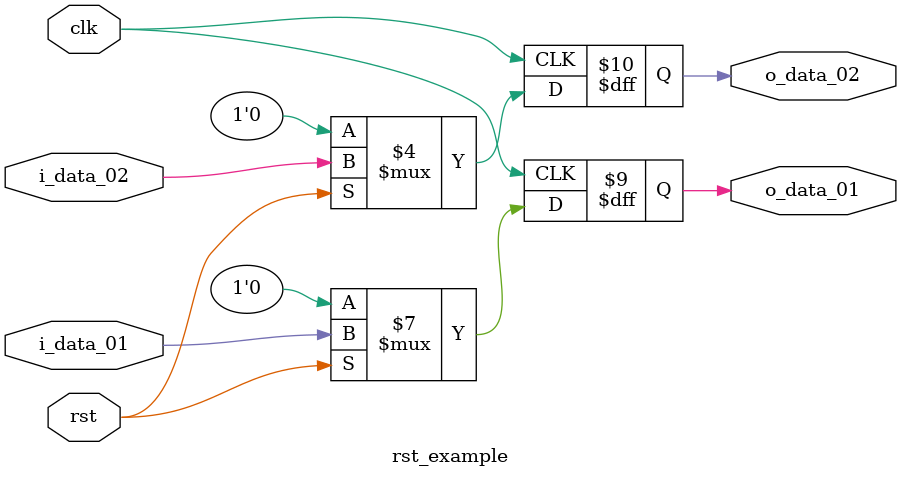
<source format=v>
`timescale 1ns / 1ps


module rst_example(
    input clk,
    input rst,
    input i_data_01,
    input i_data_02,
    output reg o_data_01,
    output reg o_data_02
    );
    
    wire rst_n;
    assign rst_n  = !rst;
    
    always @(posedge clk)
        if (rst_n) begin
            o_data_01 <= 0;
            o_data_02 <= 0;
        end else begin
            o_data_01 <= i_data_01;
            o_data_02 <= i_data_02;
        end
        
endmodule

</source>
